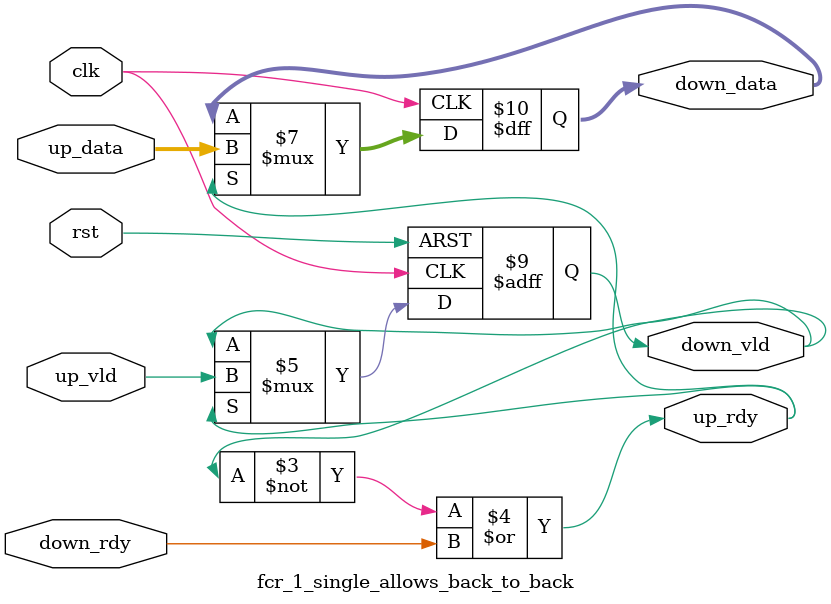
<source format=sv>


`include "config.vh"

module fcr_1_single_allows_back_to_back
# (
  parameter w = 0
)
(
  input                  clk,
  input                  rst,

  input                  up_vld,
  output                 up_rdy,
  input        [w - 1:0] up_data,

  output logic           down_vld,
  input                  down_rdy,
  output logic [w - 1:0] down_data
);

  always_ff @ (posedge clk)
    if (up_rdy)
      down_data <= up_data;

  always_ff @ (posedge clk or posedge rst)
    if (rst)
      down_vld <= 1'b0;
    else if (up_rdy)
      down_vld <= up_vld;

  assign up_rdy = ~ down_vld | down_rdy;

endmodule

</source>
